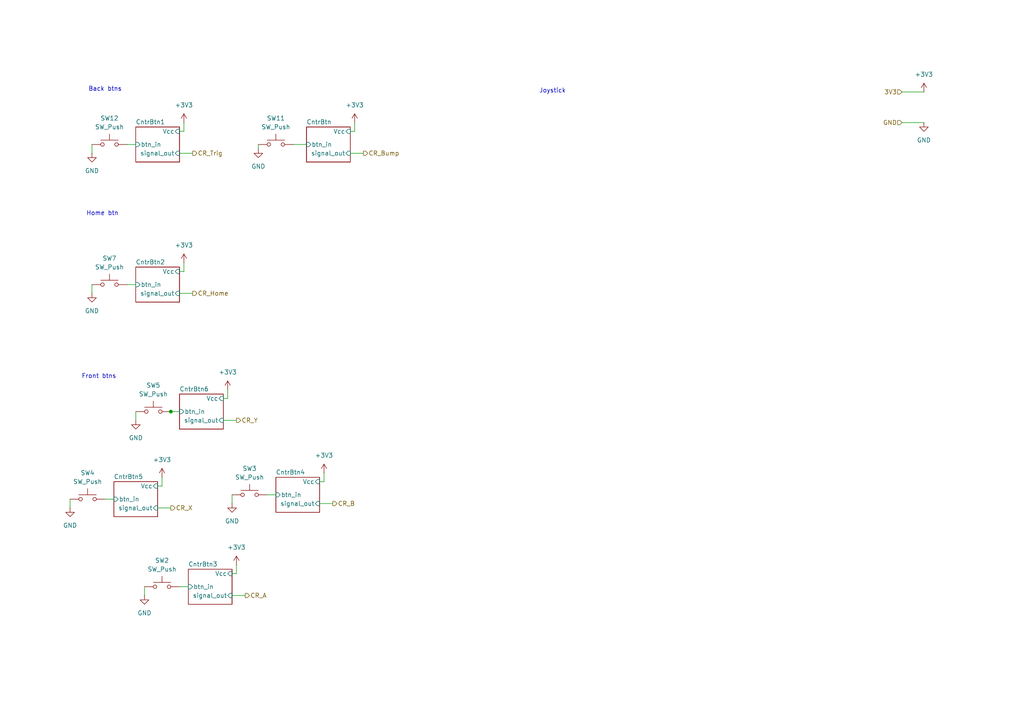
<source format=kicad_sch>
(kicad_sch (version 20250114) (generator "eeschema") (generator_version "9.0")
  (paper "A4")
  (lib_symbols
    (symbol "CM5_HighSpeedBreakout:SW_Push" (pin_numbers (hide yes)) (pin_names (offset 1.016) (hide yes))
      (property "Reference" "SW" (at 1.27 2.54 0))
      (property "Value" "SW_Push" (at 0 -1.524 0))
      (symbol "SW_Push_0_1"
        (circle (center -2.032 0) (radius 0.508))
        (polyline (pts (xy 0 1.27) (xy 0 3.048)))
        (circle (center 2.032 0) (radius 0.508))
        (polyline (pts (xy 2.54 1.27) (xy -2.54 1.27)))
        (pin passive line (at -5.08 0 0) (length 2.54) (name "1") (number "1"))
        (pin passive line (at 5.08 0 180) (length 2.54) (name "2") (number "2"))
      )
    )
    (symbol "power:+3V3" (power) (pin_numbers (hide yes)) (pin_names (offset 0) (hide yes))
      (property "Value" "+3V3" (at 0 3.556 0))
      (symbol "+3V3_0_1"
        (polyline (pts (xy -0.762 1.27) (xy 0 2.54)))
        (polyline (pts (xy 0 2.54) (xy 0.762 1.27)))
        (polyline (pts (xy 0 0) (xy 0 2.54)))
      )
      (symbol "+3V3_1_1"
        (pin power_in line (at 0 0 90) (length 0) (name "~") (number "1"))
      )
    )
    (symbol "power:GND" (power) (pin_numbers (hide yes)) (pin_names (offset 0) (hide yes))
      (property "Value" "GND" (at 0 -3.81 0))
      (symbol "GND_0_1"
        (polyline (pts (xy 0 0) (xy 0 -1.27) (xy 1.27 -1.27) (xy 0 -2.54) (xy -1.27 -1.27) (xy 0 -1.27)))
      )
      (symbol "GND_1_1"
        (pin power_in line (at 0 0 270) (length 0) (name "~") (number "1"))
      )
    )
  )
  (text "Home btn" (at 29.718 61.976 0) (effects (font (size 1.27 1.27))))
  (text "Front btns" (at 28.702 109.22 0) (effects (font (size 1.27 1.27))))
  (text "Back btns" (at 30.48 25.908 0) (effects (font (size 1.27 1.27))))
  (text "Joystick" (at 160.274 26.416 0) (effects (font (size 1.27 1.27))))
  (junction (at 49.5517 119.38))
  (wire (pts (xy 46.99 140.97) (xy 46.99 138.43)))
  (wire (pts (xy 68.58 166.37) (xy 68.58 163.83)))
  (wire (pts (xy 52.07 44.45) (xy 55.88 44.45)))
  (wire (pts (xy 45.72 140.97) (xy 46.99 140.97)))
  (wire (pts (xy 101.6 38.1) (xy 102.87 38.1)))
  (wire (pts (xy 74.93 41.91) (xy 74.93 43.18)))
  (wire (pts (xy 261.62 26.67) (xy 267.97 26.67)))
  (wire (pts (xy 39.3917 119.38) (xy 39.3917 121.92)))
  (wire (pts (xy 92.71 139.7) (xy 93.98 139.7)))
  (wire (pts (xy 261.62 35.56) (xy 267.97 35.56)))
  (wire (pts (xy 53.34 78.74) (xy 53.34 76.2)))
  (wire (pts (xy 52.07 170.18) (xy 54.61 170.18)))
  (wire (pts (xy 52.07 85.09) (xy 55.88 85.09)))
  (wire (pts (xy 53.34 38.1) (xy 53.34 35.56)))
  (wire (pts (xy 67.31 172.72) (xy 71.12 172.72)))
  (wire (pts (xy 52.07 78.74) (xy 53.34 78.74)))
  (wire (pts (xy 67.31 143.51) (xy 67.31 146.05)))
  (wire (pts (xy 102.87 38.1) (xy 102.87 35.56)))
  (wire (pts (xy 85.09 41.91) (xy 88.9 41.91)))
  (wire (pts (xy 52.07 38.1) (xy 53.34 38.1)))
  (wire (pts (xy 66.04 115.57) (xy 66.04 113.03)))
  (wire (pts (xy 49.5517 119.38) (xy 52.07 119.38)))
  (wire (pts (xy 20.32 144.78) (xy 20.32 147.32)))
  (wire (pts (xy 93.98 139.7) (xy 93.98 137.16)))
  (wire (pts (xy 26.67 82.55) (xy 26.67 85.09)))
  (wire (pts (xy 36.83 41.91) (xy 39.37 41.91)))
  (wire (pts (xy 45.72 147.32) (xy 49.53 147.32)))
  (wire (pts (xy 64.77 121.92) (xy 68.58 121.92)))
  (wire (pts (xy 67.31 166.37) (xy 68.58 166.37)))
  (wire (pts (xy 30.48 144.78) (xy 33.02 144.78)))
  (wire (pts (xy 77.47 143.51) (xy 80.01 143.51)))
  (wire (pts (xy 26.67 41.91) (xy 26.67 44.45)))
  (wire (pts (xy 101.6 44.45) (xy 105.41 44.45)))
  (wire (pts (xy 64.77 115.57) (xy 66.04 115.57)))
  (wire (pts (xy 41.91 170.18) (xy 41.91 172.72)))
  (wire (pts (xy 36.83 82.55) (xy 39.37 82.55)))
  (wire (pts (xy 92.71 146.05) (xy 96.52 146.05)))
  (wire (pts (xy 49.53 119.38) (xy 49.5517 119.38)))
  (hierarchical_label "CR_Home" (shape output) (at 55.88 85.09 0))
  (hierarchical_label "CR_X" (shape output) (at 49.53 147.32 0))
  (hierarchical_label "3V3" (shape input) (at 261.62 26.67 180))
  (hierarchical_label "GND" (shape input) (at 261.62 35.56 180))
  (hierarchical_label "CR_B" (shape output) (at 96.52 146.05 0))
  (hierarchical_label "CR_Trig" (shape output) (at 55.88 44.45 0))
  (hierarchical_label "CR_A" (shape output) (at 71.12 172.72 0))
  (hierarchical_label "CR_Bump" (shape output) (at 105.41 44.45 0))
  (hierarchical_label "CR_Y" (shape output) (at 68.58 121.92 0))
  (symbol (lib_id "power:+3V3") (at 66.04 113.03 0) (unit 1)
    (property "Reference" "#PWR043" (effects (hide yes)))
    (property "Value" "+3V3" (at 66.04 107.95 0))
    (property "Description" "Power symbol creates a global label with name \"+3V3\"" (effects (hide yes)))
  )
  (symbol (lib_id "power:GND") (at 20.32 147.32 0) (unit 1)
    (property "Reference" "#PWR045" (effects (hide yes)))
    (property "Value" "GND" (at 20.32 152.4 0))
    (property "Description" "Power symbol creates a global label with name \"GND\" , ground" (effects (hide yes)))
  )
  (symbol (lib_id "power:GND") (at 74.93 43.18 0) (unit 1)
    (property "Reference" "#PWR031" (effects (hide yes)))
    (property "Value" "GND" (at 74.93 48.26 0))
    (property "Description" "Power symbol creates a global label with name \"GND\" , ground" (effects (hide yes)))
  )
  (symbol (lib_id "power:GND") (at 26.67 44.45 0) (unit 1)
    (property "Reference" "#PWR028" (effects (hide yes)))
    (property "Value" "GND" (at 26.67 49.53 0))
    (property "Description" "Power symbol creates a global label with name \"GND\" , ground" (effects (hide yes)))
  )
  (symbol (lib_id "CM5_HighSpeedBreakout:SW_Push") (at 46.99 170.18 0) (unit 1)
    (property "Reference" "SW2" (at 46.99 162.56 0))
    (property "Value" "SW_Push" (at 46.99 165.1 0))
    (property "Description" "Push button switch, generic, two pins" (effects (hide yes)))
  )
  (symbol (lib_id "CM5_HighSpeedBreakout:SW_Push") (at 25.4 144.78 0) (unit 1)
    (property "Reference" "SW4" (at 25.4 137.16 0))
    (property "Value" "SW_Push" (at 25.4 139.7 0))
    (property "Description" "Push button switch, generic, two pins" (effects (hide yes)))
  )
  (symbol (lib_id "CM5_HighSpeedBreakout:SW_Push") (at 31.75 82.55 0) (unit 1)
    (property "Reference" "SW7" (at 31.75 74.93 0))
    (property "Value" "SW_Push" (at 31.75 77.47 0))
    (property "Description" "Push button switch, generic, two pins" (effects (hide yes)))
  )
  (symbol (lib_id "CM5_HighSpeedBreakout:SW_Push") (at 80.01 41.91 0) (unit 1)
    (property "Reference" "SW11" (at 80.01 34.29 0))
    (property "Value" "SW_Push" (at 80.01 36.83 0))
    (property "Description" "Push button switch, generic, two pins" (effects (hide yes)))
  )
  (symbol (lib_id "power:GND") (at 41.91 172.72 0) (unit 1)
    (property "Reference" "#PWR047" (effects (hide yes)))
    (property "Value" "GND" (at 41.91 177.8 0))
    (property "Description" "Power symbol creates a global label with name \"GND\" , ground" (effects (hide yes)))
  )
  (symbol (lib_id "power:+3V3") (at 53.34 35.56 0) (unit 1)
    (property "Reference" "#PWR029" (effects (hide yes)))
    (property "Value" "+3V3" (at 53.34 30.48 0))
    (property "Description" "Power symbol creates a global label with name \"+3V3\"" (effects (hide yes)))
  )
  (symbol (lib_id "power:GND") (at 39.3917 121.92 0) (unit 1)
    (property "Reference" "#PWR036" (effects (hide yes)))
    (property "Value" "GND" (at 39.3917 127 0))
    (property "Description" "Power symbol creates a global label with name \"GND\" , ground" (effects (hide yes)))
  )
  (symbol (lib_id "power:GND") (at 267.97 35.56 0) (unit 1)
    (property "Reference" "#PWR050" (effects (hide yes)))
    (property "Value" "GND" (at 267.97 40.64 0))
    (property "Description" "Power symbol creates a global label with name \"GND\" , ground" (effects (hide yes)))
  )
  (symbol (lib_id "power:+3V3") (at 102.87 35.56 0) (unit 1)
    (property "Reference" "#PWR027" (effects (hide yes)))
    (property "Value" "+3V3" (at 102.87 30.48 0))
    (property "Description" "Power symbol creates a global label with name \"+3V3\"" (effects (hide yes)))
  )
  (symbol (lib_id "power:GND") (at 26.67 85.09 0) (unit 1)
    (property "Reference" "#PWR048" (effects (hide yes)))
    (property "Value" "GND" (at 26.67 90.17 0))
    (property "Description" "Power symbol creates a global label with name \"GND\" , ground" (effects (hide yes)))
  )
  (symbol (lib_id "power:+3V3") (at 68.58 163.83 0) (unit 1)
    (property "Reference" "#PWR037" (effects (hide yes)))
    (property "Value" "+3V3" (at 68.58 158.75 0))
    (property "Description" "Power symbol creates a global label with name \"+3V3\"" (effects (hide yes)))
  )
  (symbol (lib_id "power:+3V3") (at 93.98 137.16 0) (unit 1)
    (property "Reference" "#PWR039" (effects (hide yes)))
    (property "Value" "+3V3" (at 93.98 132.08 0))
    (property "Description" "Power symbol creates a global label with name \"+3V3\"" (effects (hide yes)))
  )
  (symbol (lib_id "power:+3V3") (at 53.34 76.2 0) (unit 1)
    (property "Reference" "#PWR033" (effects (hide yes)))
    (property "Value" "+3V3" (at 53.34 71.12 0))
    (property "Description" "Power symbol creates a global label with name \"+3V3\"" (effects (hide yes)))
  )
  (symbol (lib_id "power:GND") (at 67.31 146.05 0) (unit 1)
    (property "Reference" "#PWR046" (effects (hide yes)))
    (property "Value" "GND" (at 67.31 151.13 0))
    (property "Description" "Power symbol creates a global label with name \"GND\" , ground" (effects (hide yes)))
  )
  (symbol (lib_id "power:+3V3") (at 267.97 26.67 0) (unit 1)
    (property "Reference" "#PWR049" (effects (hide yes)))
    (property "Value" "+3V3" (at 267.97 21.59 0))
    (property "Description" "Power symbol creates a global label with name \"+3V3\"" (effects (hide yes)))
  )
  (symbol (lib_id "CM5_HighSpeedBreakout:SW_Push") (at 44.4717 119.38 0) (unit 1)
    (property "Reference" "SW5" (at 44.4717 111.76 0))
    (property "Value" "SW_Push" (at 44.4717 114.3 0))
    (property "Description" "Push button switch, generic, two pins" (effects (hide yes)))
  )
  (symbol (lib_id "power:+3V3") (at 46.99 138.43 0) (unit 1)
    (property "Reference" "#PWR041" (effects (hide yes)))
    (property "Value" "+3V3" (at 46.99 133.35 0))
    (property "Description" "Power symbol creates a global label with name \"+3V3\"" (effects (hide yes)))
  )
  (symbol (lib_id "CM5_HighSpeedBreakout:SW_Push") (at 72.39 143.51 0) (unit 1)
    (property "Reference" "SW3" (at 72.39 135.89 0))
    (property "Value" "SW_Push" (at 72.39 138.43 0))
    (property "Description" "Push button switch, generic, two pins" (effects (hide yes)))
  )
  (symbol (lib_id "CM5_HighSpeedBreakout:SW_Push") (at 31.75 41.91 0) (unit 1)
    (property "Reference" "SW12" (at 31.75 34.29 0))
    (property "Value" "SW_Push" (at 31.75 36.83 0))
    (property "Description" "Push button switch, generic, two pins" (effects (hide yes)))
  )
  (sheet (at 39.37 36.83) (size 12.7 10.16) (stroke (width 0.1524))
    (property "Sheetname" "CntrBtn1" (at 39.37 36.1184 0) (effects (justify left bottom)))
    (property "Sheetfile" "CntrBtn.kicad_sch" (effects (hide yes)))
    (pin "Vcc" input (at 52.07 38.1 0))
    (pin "btn_in" input (at 39.37 41.91 180))
    (pin "signal_out" input (at 52.07 44.45 0))
  )
  (sheet (at 54.61 165.1) (size 12.7 10.16) (stroke (width 0.1524))
    (property "Sheetname" "CntrBtn3" (at 54.61 164.3884 0) (effects (justify left bottom)))
    (property "Sheetfile" "CntrBtn.kicad_sch" (effects (hide yes)))
    (pin "Vcc" input (at 67.31 166.37 0))
    (pin "btn_in" input (at 54.61 170.18 180))
    (pin "signal_out" input (at 67.31 172.72 0))
  )
  (sheet (at 33.02 139.7) (size 12.7 10.16) (stroke (width 0.1524))
    (property "Sheetname" "CntrBtn5" (at 33.02 138.9884 0) (effects (justify left bottom)))
    (property "Sheetfile" "CntrBtn.kicad_sch" (effects (hide yes)))
    (pin "Vcc" input (at 45.72 140.97 0))
    (pin "btn_in" input (at 33.02 144.78 180))
    (pin "signal_out" input (at 45.72 147.32 0))
  )
  (sheet (at 39.37 77.47) (size 12.7 10.16) (stroke (width 0.1524))
    (property "Sheetname" "CntrBtn2" (at 39.37 76.7584 0) (effects (justify left bottom)))
    (property "Sheetfile" "CntrBtn.kicad_sch" (effects (hide yes)))
    (pin "Vcc" input (at 52.07 78.74 0))
    (pin "btn_in" input (at 39.37 82.55 180))
    (pin "signal_out" input (at 52.07 85.09 0))
  )
  (sheet (at 88.9 36.83) (size 12.7 10.16) (stroke (width 0.1524))
    (property "Sheetname" "CntrBtn" (at 88.9 36.1184 0) (effects (justify left bottom)))
    (property "Sheetfile" "CntrBtn.kicad_sch" (effects (hide yes)))
    (pin "Vcc" input (at 101.6 38.1 0))
    (pin "btn_in" input (at 88.9 41.91 180))
    (pin "signal_out" input (at 101.6 44.45 0))
  )
  (sheet (at 52.07 114.3) (size 12.7 10.16) (stroke (width 0.1524))
    (property "Sheetname" "CntrBtn6" (at 52.07 113.5884 0) (effects (justify left bottom)))
    (property "Sheetfile" "CntrBtn.kicad_sch" (effects (hide yes)))
    (pin "Vcc" input (at 64.77 115.57 0))
    (pin "btn_in" input (at 52.07 119.38 180))
    (pin "signal_out" input (at 64.77 121.92 0))
  )
  (sheet (at 80.01 138.43) (size 12.7 10.16) (stroke (width 0.1524))
    (property "Sheetname" "CntrBtn4" (at 80.01 137.7184 0) (effects (justify left bottom)))
    (property "Sheetfile" "CntrBtn.kicad_sch" (effects (hide yes)))
    (pin "Vcc" input (at 92.71 139.7 0))
    (pin "btn_in" input (at 80.01 143.51 180))
    (pin "signal_out" input (at 92.71 146.05 0))
  )
)
</source>
